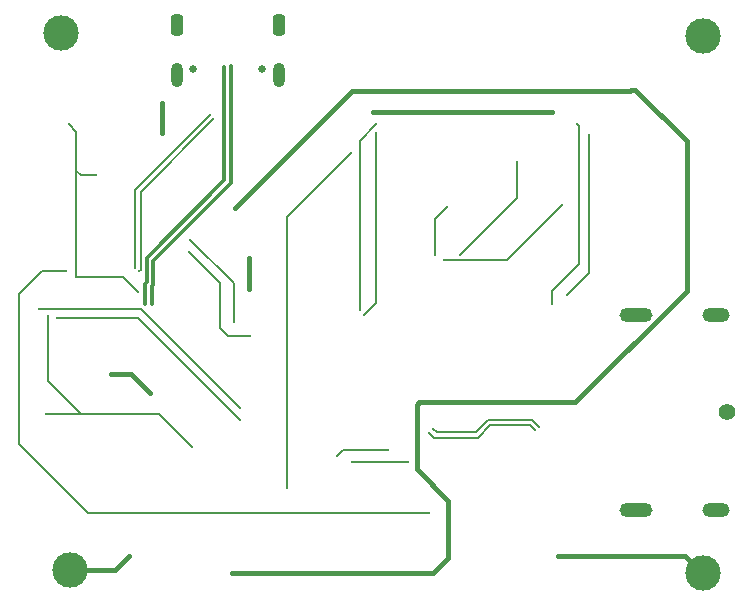
<source format=gbr>
%TF.GenerationSoftware,Altium Limited,Altium Designer,23.4.1 (23)*%
G04 Layer_Physical_Order=2*
G04 Layer_Color=16711680*
%FSLAX45Y45*%
%MOMM*%
%TF.SameCoordinates,1140DA37-B3DB-4B23-8321-DC1501029C55*%
%TF.FilePolarity,Positive*%
%TF.FileFunction,Copper,L2,Bot,Signal*%
%TF.Part,Single*%
G01*
G75*
%TA.AperFunction,Conductor*%
%ADD35C,0.20000*%
%ADD36C,0.40000*%
%ADD37C,0.30000*%
%TA.AperFunction,ComponentPad*%
%ADD39C,0.65000*%
%ADD40O,1.00000X2.10000*%
G04:AMPARAMS|DCode=41|XSize=1.8mm|YSize=1mm|CornerRadius=0.25mm|HoleSize=0mm|Usage=FLASHONLY|Rotation=270.000|XOffset=0mm|YOffset=0mm|HoleType=Round|Shape=RoundedRectangle|*
%AMROUNDEDRECTD41*
21,1,1.80000,0.50000,0,0,270.0*
21,1,1.30000,1.00000,0,0,270.0*
1,1,0.50000,-0.25000,-0.65000*
1,1,0.50000,-0.25000,0.65000*
1,1,0.50000,0.25000,0.65000*
1,1,0.50000,0.25000,-0.65000*
%
%ADD41ROUNDEDRECTD41*%
%ADD42C,1.40000*%
G04:AMPARAMS|DCode=43|XSize=1.2mm|YSize=2.3mm|CornerRadius=0.6mm|HoleSize=0mm|Usage=FLASHONLY|Rotation=90.000|XOffset=0mm|YOffset=0mm|HoleType=Round|Shape=RoundedRectangle|*
%AMROUNDEDRECTD43*
21,1,1.20000,1.10000,0,0,90.0*
21,1,0.00000,2.30000,0,0,90.0*
1,1,1.20000,0.55000,0.00000*
1,1,1.20000,0.55000,0.00000*
1,1,1.20000,-0.55000,0.00000*
1,1,1.20000,-0.55000,0.00000*
%
%ADD43ROUNDEDRECTD43*%
G04:AMPARAMS|DCode=44|XSize=1.2mm|YSize=2.8mm|CornerRadius=0.6mm|HoleSize=0mm|Usage=FLASHONLY|Rotation=90.000|XOffset=0mm|YOffset=0mm|HoleType=Round|Shape=RoundedRectangle|*
%AMROUNDEDRECTD44*
21,1,1.20000,1.60000,0,0,90.0*
21,1,0.00000,2.80000,0,0,90.0*
1,1,1.20000,0.80000,0.00000*
1,1,1.20000,0.80000,0.00000*
1,1,1.20000,-0.80000,0.00000*
1,1,1.20000,-0.80000,0.00000*
%
%ADD44ROUNDEDRECTD44*%
%TA.AperFunction,ViaPad*%
%ADD45C,0.25000*%
%ADD46C,3.00000*%
D35*
X14173199Y3873500D02*
X14224001Y3924300D01*
X14605000D01*
X14307953Y3822700D02*
X14770100D01*
X14304753Y3819500D02*
X14307953Y3822700D01*
X14303400Y3819500D02*
X14304753D01*
X14401801Y5067300D02*
X14503400Y5168900D01*
Y6604000D01*
X14363699Y5105400D02*
Y6540500D01*
X14503400Y6680200D01*
X13747701Y5899100D02*
X14287500Y6438900D01*
X12001500Y6248400D02*
X12128500D01*
X11963400Y6286500D02*
X12001500Y6248400D01*
X11963400Y6286500D02*
Y6616700D01*
Y5384095D02*
Y6286500D01*
X12001500Y4229100D02*
X12661900D01*
X11709400D02*
X12001500D01*
X11722100Y4508500D02*
X12001500Y4229100D01*
X11722100Y4508500D02*
Y5054600D01*
X11480800Y3975100D02*
X12065000Y3390900D01*
X11480800Y5245100D02*
X11671300Y5435600D01*
X11480800Y3975100D02*
Y5245100D01*
X12661900Y4229100D02*
X12941299Y3949700D01*
X13747701Y3600400D02*
Y5899100D01*
X11899900Y6680200D02*
X11963400Y6616700D01*
Y5384095D02*
X12357805D01*
X12484100Y5257800D01*
X11671300Y5435600D02*
X11874500D01*
X12065000Y3390900D02*
X14947900D01*
X15074899Y5528113D02*
X15611913D01*
X16078200Y5994400D01*
X15214600Y5575300D02*
X15697200Y6057900D01*
Y6362700D01*
X12510097Y6108592D02*
X13125803Y6724297D01*
X12496800Y5435600D02*
X12510097Y5448897D01*
Y6108592D01*
X12496800Y5434895D02*
Y5435600D01*
X12464697Y6127397D02*
X13093700Y6756400D01*
X12464697Y5467703D02*
Y6127397D01*
X13296899Y5003800D02*
Y5334000D01*
X12928600Y5702300D02*
X13296899Y5334000D01*
X11798300Y5041900D02*
X12484100D01*
X13347701Y4178300D01*
X11645900Y5118100D02*
X12509500D01*
X13347701Y4279900D01*
X12915900Y5600700D02*
X13182600Y5334000D01*
Y4953000D02*
Y5334000D01*
Y4953000D02*
X13246100Y4889500D01*
X13436600D01*
X16306799Y5422900D02*
Y6591300D01*
X16205200Y6680200D02*
X16217900Y6667500D01*
X15988699Y5269900D02*
X16217900Y5499100D01*
Y6667500D01*
X15988699Y5155600D02*
Y5269900D01*
X16116299Y5232400D02*
X16306799Y5422900D01*
X14998700Y5575300D02*
Y5880100D01*
X15100301Y5981700D01*
X15807098Y4131901D02*
X15849600Y4089400D01*
X15825903Y4177301D02*
X15881703Y4121503D01*
X15345651Y4072048D02*
X15450905Y4177301D01*
X15469710Y4131901D02*
X15807098D01*
X14986000Y4102100D02*
X15016052Y4072048D01*
X15345651D01*
X15364458Y4026648D02*
X15469710Y4131901D01*
X14997247Y4026648D02*
X15364458D01*
X14953897Y4069997D02*
X14997247Y4026648D01*
X15450905Y4177301D02*
X15825903D01*
D36*
X12261850Y4565650D02*
X12426950D01*
X12585700Y4406900D01*
X16040100Y3022600D02*
X17114716D01*
X17254416Y2882900D01*
X17272000D01*
X14986000D02*
X15113000Y3009900D01*
X13284200Y2882900D02*
X14986000D01*
X14846300Y3759200D02*
X15113000Y3492500D01*
Y3009900D02*
Y3492500D01*
X14869733Y4330700D02*
X16189922D01*
X14846300Y4307268D02*
X14869733Y4330700D01*
X14846300Y3759200D02*
Y4307268D01*
X17132300Y5273079D02*
Y5397500D01*
X16189922Y4330700D02*
X17132300Y5273079D01*
X13309599Y5969000D02*
X14300200Y6959600D01*
X16649699D01*
X16664882Y6974782D01*
X16698018D01*
X17132300Y6540500D01*
Y6337300D02*
Y6540500D01*
X12687300Y6604000D02*
Y6858000D01*
X17132300Y5397500D02*
Y6337300D01*
X13423900Y5283200D02*
Y5549900D01*
X12293600Y2908300D02*
X12407900Y3022600D01*
X11912600Y2908300D02*
X12293600D01*
X14478000Y6781800D02*
X15989301D01*
D37*
X12560497Y5343371D02*
Y5550097D01*
X13216100Y6205700D01*
Y7169063D01*
X12547600Y5330473D02*
X12560497Y5343371D01*
X12615897Y5320423D02*
Y5527150D01*
X12603000Y5307526D02*
X12615897Y5320423D01*
Y5527150D02*
X13271500Y6182753D01*
X12603000Y5156200D02*
Y5307526D01*
X12547600Y5156200D02*
Y5330473D01*
X13271500Y6182753D02*
Y7175500D01*
D39*
X13535100Y7150400D02*
D03*
X12957100D02*
D03*
D40*
X12814101Y7100400D02*
D03*
X13678101D02*
D03*
D41*
X12814101Y7518400D02*
D03*
X13678101D02*
D03*
D42*
X17472600Y4241800D02*
D03*
D43*
X17382600Y5066800D02*
D03*
Y3416800D02*
D03*
D44*
X16704601Y5066800D02*
D03*
Y3416800D02*
D03*
D45*
X14173199Y3873500D02*
D03*
X14605000Y3924300D02*
D03*
X14770100Y3822700D02*
D03*
X14303400Y3819500D02*
D03*
X12585700Y4406900D02*
D03*
X12261850Y4565650D02*
D03*
X16040100Y3022600D02*
D03*
X13284200Y2882900D02*
D03*
X13309599Y5969000D02*
D03*
X14503400Y6604000D02*
D03*
Y6680200D02*
D03*
X14363699Y5105400D02*
D03*
X14401801Y5067300D02*
D03*
X12687300Y6858000D02*
D03*
Y6604000D02*
D03*
X14287500Y6438900D02*
D03*
X17132300Y6337300D02*
D03*
Y5397500D02*
D03*
X12128500Y6248400D02*
D03*
X11963400Y6286500D02*
D03*
X11722100Y5054600D02*
D03*
X11709400Y4229100D02*
D03*
X12941299Y3949700D02*
D03*
X13747701Y3600400D02*
D03*
X13423900Y5283200D02*
D03*
Y5549900D02*
D03*
X12484100Y5257800D02*
D03*
X11899900Y6680200D02*
D03*
X11963400Y5384095D02*
D03*
X12407900Y3022600D02*
D03*
X11874500Y5435600D02*
D03*
X15989301Y6781800D02*
D03*
X14478000D02*
D03*
X14947900Y3390900D02*
D03*
X16078200Y5994400D02*
D03*
X15214600Y5575300D02*
D03*
X15697200Y6362700D02*
D03*
X15074899Y5528113D02*
D03*
X13216100Y7169063D02*
D03*
X12496800Y5434895D02*
D03*
X12464697Y5467703D02*
D03*
X13093700Y6756400D02*
D03*
X13125803Y6724297D02*
D03*
X12928600Y5702300D02*
D03*
X12603000Y5156200D02*
D03*
X13271500Y7175500D02*
D03*
X13347701Y4279900D02*
D03*
Y4178300D02*
D03*
X11645900Y5118100D02*
D03*
X11798300Y5041900D02*
D03*
X12547600Y5156200D02*
D03*
X12915900Y5600700D02*
D03*
X13296899Y5003800D02*
D03*
X13436600Y4889500D02*
D03*
X16306799Y6591300D02*
D03*
X16205200Y6680200D02*
D03*
X16116299Y5232400D02*
D03*
X15988699Y5155600D02*
D03*
X15100301Y5981700D02*
D03*
X14998700Y5575300D02*
D03*
X15881703Y4121503D02*
D03*
X15849600Y4089400D02*
D03*
X14953897Y4069997D02*
D03*
X14986000Y4102100D02*
D03*
D46*
X11836400Y7454900D02*
D03*
X11912600Y2908300D02*
D03*
X17272000Y2882900D02*
D03*
Y7429500D02*
D03*
%TF.MD5,3318f290d05c402d434ed52c39bac3ee*%
M02*

</source>
